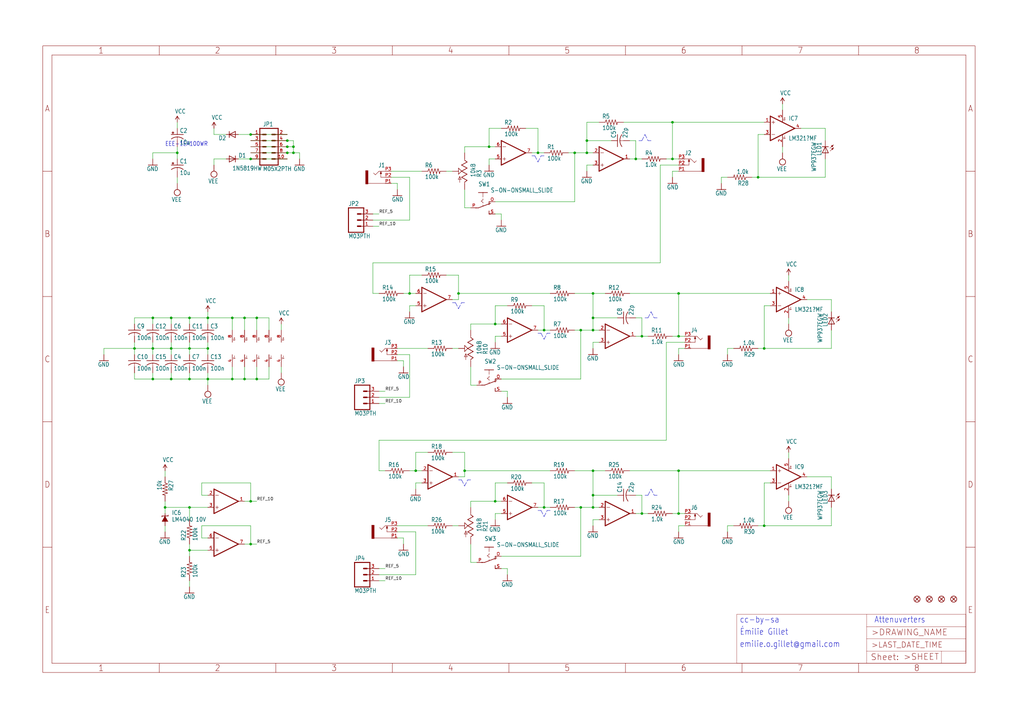
<source format=kicad_sch>
(kicad_sch (version 20211123) (generator eeschema)
  (paper "User" 425.45 299.161)
  (junction (at 78.74 144.78))
  (junction (at 78.74 228.6))
  (junction (at 243.84 63.5))
  (junction (at 63.5 132.08))
  (junction (at 63.5 144.78))
  (junction (at 279.4 66.04))
  (junction (at 203.2 60.96))
  (junction (at 226.06 137.16))
  (junction (at 241.3 210.82))
  (junction (at 78.74 132.08))
  (junction (at 119.38 60.96))
  (junction (at 246.38 132.08))
  (junction (at 266.7 213.36))
  (junction (at 241.3 137.16))
  (junction (at 121.92 63.5))
  (junction (at 238.76 63.5))
  (junction (at 104.14 226.06))
  (junction (at 243.84 58.42))
  (junction (at 281.94 213.36))
  (junction (at 78.74 210.82))
  (junction (at 104.14 208.28))
  (junction (at 279.4 50.8))
  (junction (at 264.16 66.04))
  (junction (at 101.6 157.48))
  (junction (at 226.06 210.82))
  (junction (at 172.72 195.58))
  (junction (at 101.6 132.08))
  (junction (at 119.38 58.42))
  (junction (at 205.74 134.62))
  (junction (at 314.96 73.66))
  (junction (at 205.74 208.28))
  (junction (at 170.18 121.92))
  (junction (at 281.94 139.7))
  (junction (at 190.5 121.92))
  (junction (at 246.38 205.74))
  (junction (at 119.38 63.5))
  (junction (at 68.58 210.82))
  (junction (at 281.94 121.92))
  (junction (at 55.88 144.78))
  (junction (at 96.52 132.08))
  (junction (at 106.68 157.48))
  (junction (at 71.12 144.78))
  (junction (at 104.14 66.04))
  (junction (at 86.36 157.48))
  (junction (at 78.74 157.48))
  (junction (at 193.04 195.58))
  (junction (at 317.5 144.78))
  (junction (at 281.94 195.58))
  (junction (at 106.68 132.08))
  (junction (at 86.36 144.78))
  (junction (at 96.52 157.48))
  (junction (at 73.66 63.5))
  (junction (at 246.38 210.82))
  (junction (at 246.38 121.92))
  (junction (at 121.92 60.96))
  (junction (at 266.7 139.7))
  (junction (at 223.52 63.5))
  (junction (at 63.5 157.48))
  (junction (at 86.36 132.08))
  (junction (at 71.12 157.48))
  (junction (at 317.5 218.44))
  (junction (at 71.12 132.08))
  (junction (at 104.14 55.88))
  (junction (at 246.38 137.16))
  (junction (at 246.38 195.58))
  (polyline (pts (xy 224.79 138.43) (xy 226.06 140.97)))
  (wire (pts (xy 63.5 144.78) (xy 55.88 144.78)))
  (wire (pts (xy 165.1 147.32) (xy 170.18 147.32)))
  (wire (pts (xy 104.14 226.06) (xy 106.68 226.06)))
  (wire (pts (xy 195.58 160.02) (xy 195.58 152.4)))
  (wire (pts (xy 223.52 63.5) (xy 220.98 63.5)))
  (wire (pts (xy 281.94 121.92) (xy 320.04 121.92)))
  (wire (pts (xy 170.18 147.32) (xy 170.18 165.1)))
  (wire (pts (xy 281.94 218.44) (xy 281.94 220.98)))
  (polyline (pts (xy 220.98 64.77) (xy 222.25 64.77)))
  (wire (pts (xy 226.06 137.16) (xy 223.52 137.16)))
  (wire (pts (xy 104.14 218.44) (xy 104.14 226.06)))
  (wire (pts (xy 162.56 71.12) (xy 175.26 71.12)))
  (wire (pts (xy 101.6 157.48) (xy 101.6 152.4)))
  (wire (pts (xy 205.74 208.28) (xy 208.28 208.28)))
  (wire (pts (xy 317.5 200.66) (xy 317.5 218.44)))
  (wire (pts (xy 157.48 182.88) (xy 157.48 195.58)))
  (wire (pts (xy 304.8 144.78) (xy 302.26 144.78)))
  (wire (pts (xy 71.12 144.78) (xy 63.5 144.78)))
  (wire (pts (xy 279.4 50.8) (xy 317.5 50.8)))
  (wire (pts (xy 243.84 68.58) (xy 243.84 71.12)))
  (polyline (pts (xy 224.79 64.77) (xy 226.06 64.77)))
  (polyline (pts (xy 190.5 199.39) (xy 191.77 199.39)))
  (wire (pts (xy 55.88 147.32) (xy 55.88 144.78)))
  (wire (pts (xy 68.58 210.82) (xy 78.74 210.82)))
  (wire (pts (xy 261.62 66.04) (xy 264.16 66.04)))
  (wire (pts (xy 73.66 73.66) (xy 73.66 76.2)))
  (wire (pts (xy 175.26 200.66) (xy 172.72 200.66)))
  (wire (pts (xy 111.76 157.48) (xy 111.76 152.4)))
  (wire (pts (xy 203.2 66.04) (xy 203.2 68.58)))
  (wire (pts (xy 276.86 182.88) (xy 157.48 182.88)))
  (wire (pts (xy 104.14 200.66) (xy 104.14 208.28)))
  (wire (pts (xy 345.44 137.16) (xy 345.44 144.78)))
  (wire (pts (xy 193.04 86.36) (xy 193.04 78.74)))
  (polyline (pts (xy 224.79 212.09) (xy 226.06 214.63)))
  (wire (pts (xy 172.72 195.58) (xy 175.26 195.58)))
  (wire (pts (xy 86.36 132.08) (xy 96.52 132.08)))
  (wire (pts (xy 243.84 50.8) (xy 243.84 58.42)))
  (wire (pts (xy 78.74 132.08) (xy 78.74 134.62)))
  (wire (pts (xy 226.06 210.82) (xy 223.52 210.82)))
  (wire (pts (xy 195.58 210.82) (xy 195.58 208.28)))
  (wire (pts (xy 187.96 187.96) (xy 193.04 187.96)))
  (wire (pts (xy 71.12 147.32) (xy 71.12 144.78)))
  (wire (pts (xy 327.66 190.5) (xy 327.66 187.96)))
  (wire (pts (xy 345.44 144.78) (xy 317.5 144.78)))
  (wire (pts (xy 63.5 142.24) (xy 63.5 144.78)))
  (wire (pts (xy 71.12 142.24) (xy 71.12 144.78)))
  (wire (pts (xy 193.04 63.5) (xy 193.04 60.96)))
  (wire (pts (xy 251.46 121.92) (xy 246.38 121.92)))
  (polyline (pts (xy 267.97 205.74) (xy 269.24 205.74)))
  (wire (pts (xy 154.94 121.92) (xy 157.48 121.92)))
  (wire (pts (xy 78.74 226.06) (xy 78.74 228.6)))
  (wire (pts (xy 317.5 127) (xy 320.04 127)))
  (wire (pts (xy 86.36 157.48) (xy 96.52 157.48)))
  (wire (pts (xy 106.68 132.08) (xy 111.76 132.08)))
  (wire (pts (xy 208.28 139.7) (xy 205.74 139.7)))
  (wire (pts (xy 238.76 63.5) (xy 243.84 63.5)))
  (wire (pts (xy 73.66 63.5) (xy 63.5 63.5)))
  (wire (pts (xy 302.26 218.44) (xy 302.26 220.98)))
  (wire (pts (xy 208.28 213.36) (xy 205.74 213.36)))
  (wire (pts (xy 78.74 144.78) (xy 71.12 144.78)))
  (wire (pts (xy 210.82 127) (xy 205.74 127)))
  (polyline (pts (xy 223.52 67.31) (xy 224.79 64.77)))
  (wire (pts (xy 276.86 182.88) (xy 276.86 142.24)))
  (wire (pts (xy 279.4 50.8) (xy 279.4 66.04)))
  (polyline (pts (xy 194.31 199.39) (xy 195.58 199.39)))
  (wire (pts (xy 55.88 157.48) (xy 63.5 157.48)))
  (wire (pts (xy 157.48 195.58) (xy 160.02 195.58)))
  (wire (pts (xy 78.74 142.24) (xy 78.74 144.78)))
  (wire (pts (xy 157.48 241.3) (xy 160.02 241.3)))
  (wire (pts (xy 88.9 53.34) (xy 88.9 55.88)))
  (wire (pts (xy 228.6 195.58) (xy 193.04 195.58)))
  (wire (pts (xy 106.68 157.48) (xy 106.68 152.4)))
  (wire (pts (xy 238.76 137.16) (xy 241.3 137.16)))
  (wire (pts (xy 185.42 71.12) (xy 187.96 71.12)))
  (wire (pts (xy 86.36 132.08) (xy 78.74 132.08)))
  (wire (pts (xy 86.36 144.78) (xy 78.74 144.78)))
  (wire (pts (xy 264.16 139.7) (xy 266.7 139.7)))
  (wire (pts (xy 279.4 66.04) (xy 281.94 66.04)))
  (wire (pts (xy 317.5 200.66) (xy 320.04 200.66)))
  (polyline (pts (xy 271.78 205.74) (xy 273.05 205.74)))
  (wire (pts (xy 172.72 187.96) (xy 172.72 195.58)))
  (wire (pts (xy 157.48 165.1) (xy 170.18 165.1)))
  (wire (pts (xy 246.38 142.24) (xy 246.38 144.78)))
  (polyline (pts (xy 266.7 58.42) (xy 267.97 55.88)))
  (wire (pts (xy 195.58 134.62) (xy 205.74 134.62)))
  (wire (pts (xy 261.62 195.58) (xy 281.94 195.58)))
  (wire (pts (xy 170.18 121.92) (xy 172.72 121.92)))
  (wire (pts (xy 236.22 63.5) (xy 238.76 63.5)))
  (wire (pts (xy 167.64 121.92) (xy 170.18 121.92)))
  (polyline (pts (xy 226.06 140.97) (xy 227.33 138.43)))
  (wire (pts (xy 281.94 213.36) (xy 284.48 213.36)))
  (wire (pts (xy 119.38 58.42) (xy 121.92 58.42)))
  (wire (pts (xy 205.74 139.7) (xy 205.74 142.24)))
  (wire (pts (xy 101.6 132.08) (xy 101.6 137.16)))
  (wire (pts (xy 165.1 144.78) (xy 177.8 144.78)))
  (wire (pts (xy 220.98 127) (xy 226.06 127)))
  (wire (pts (xy 86.36 132.08) (xy 86.36 129.54)))
  (wire (pts (xy 223.52 53.34) (xy 223.52 63.5)))
  (wire (pts (xy 228.6 121.92) (xy 190.5 121.92)))
  (wire (pts (xy 170.18 127) (xy 170.18 129.54)))
  (wire (pts (xy 241.3 231.14) (xy 241.3 210.82)))
  (wire (pts (xy 218.44 53.34) (xy 223.52 53.34)))
  (wire (pts (xy 71.12 134.62) (xy 71.12 132.08)))
  (wire (pts (xy 243.84 63.5) (xy 246.38 63.5)))
  (wire (pts (xy 121.92 60.96) (xy 119.38 60.96)))
  (wire (pts (xy 193.04 60.96) (xy 203.2 60.96)))
  (wire (pts (xy 246.38 68.58) (xy 243.84 68.58)))
  (wire (pts (xy 68.58 213.36) (xy 68.58 210.82)))
  (wire (pts (xy 314.96 55.88) (xy 314.96 73.66)))
  (wire (pts (xy 327.66 116.84) (xy 327.66 114.3)))
  (wire (pts (xy 170.18 73.66) (xy 162.56 73.66)))
  (wire (pts (xy 165.1 149.86) (xy 167.64 149.86)))
  (wire (pts (xy 63.5 132.08) (xy 63.5 134.62)))
  (wire (pts (xy 246.38 210.82) (xy 248.92 210.82)))
  (polyline (pts (xy 226.06 214.63) (xy 227.33 212.09)))
  (wire (pts (xy 63.5 144.78) (xy 63.5 147.32)))
  (wire (pts (xy 345.44 218.44) (xy 317.5 218.44)))
  (wire (pts (xy 264.16 213.36) (xy 266.7 213.36)))
  (wire (pts (xy 193.04 195.58) (xy 193.04 198.12)))
  (wire (pts (xy 248.92 142.24) (xy 246.38 142.24)))
  (wire (pts (xy 78.74 144.78) (xy 78.74 147.32)))
  (wire (pts (xy 195.58 233.68) (xy 195.58 226.06)))
  (wire (pts (xy 154.94 91.44) (xy 170.18 91.44)))
  (wire (pts (xy 241.3 137.16) (xy 246.38 137.16)))
  (wire (pts (xy 281.94 68.58) (xy 274.32 68.58)))
  (wire (pts (xy 195.58 137.16) (xy 195.58 134.62)))
  (wire (pts (xy 281.94 139.7) (xy 279.4 139.7)))
  (wire (pts (xy 208.28 88.9) (xy 208.28 91.44)))
  (wire (pts (xy 86.36 157.48) (xy 86.36 160.02)))
  (wire (pts (xy 55.88 134.62) (xy 55.88 132.08)))
  (wire (pts (xy 238.76 121.92) (xy 246.38 121.92)))
  (polyline (pts (xy 271.78 132.08) (xy 273.05 132.08)))
  (wire (pts (xy 78.74 228.6) (xy 78.74 231.14)))
  (wire (pts (xy 55.88 154.94) (xy 55.88 157.48)))
  (wire (pts (xy 71.12 157.48) (xy 78.74 157.48)))
  (wire (pts (xy 165.1 223.52) (xy 167.64 223.52)))
  (wire (pts (xy 226.06 200.66) (xy 226.06 210.82)))
  (wire (pts (xy 226.06 137.16) (xy 228.6 137.16)))
  (wire (pts (xy 335.28 124.46) (xy 345.44 124.46)))
  (wire (pts (xy 208.28 162.56) (xy 210.82 162.56)))
  (wire (pts (xy 327.66 132.08) (xy 327.66 134.62)))
  (wire (pts (xy 342.9 66.04) (xy 342.9 73.66)))
  (wire (pts (xy 167.64 149.86) (xy 167.64 152.4)))
  (wire (pts (xy 101.6 157.48) (xy 106.68 157.48)))
  (wire (pts (xy 88.9 55.88) (xy 93.98 55.88)))
  (wire (pts (xy 195.58 86.36) (xy 193.04 86.36)))
  (wire (pts (xy 165.1 218.44) (xy 177.8 218.44)))
  (wire (pts (xy 195.58 208.28) (xy 205.74 208.28)))
  (wire (pts (xy 177.8 187.96) (xy 172.72 187.96)))
  (wire (pts (xy 55.88 132.08) (xy 63.5 132.08)))
  (wire (pts (xy 83.82 200.66) (xy 104.14 200.66)))
  (wire (pts (xy 246.38 205.74) (xy 246.38 210.82)))
  (wire (pts (xy 96.52 132.08) (xy 101.6 132.08)))
  (wire (pts (xy 68.58 210.82) (xy 68.58 208.28)))
  (wire (pts (xy 86.36 144.78) (xy 86.36 147.32)))
  (wire (pts (xy 220.98 200.66) (xy 226.06 200.66)))
  (wire (pts (xy 266.7 205.74) (xy 266.7 213.36)))
  (wire (pts (xy 332.74 53.34) (xy 342.9 53.34)))
  (wire (pts (xy 86.36 154.94) (xy 86.36 157.48)))
  (wire (pts (xy 124.46 63.5) (xy 124.46 66.04)))
  (wire (pts (xy 157.48 236.22) (xy 160.02 236.22)))
  (wire (pts (xy 203.2 53.34) (xy 203.2 60.96)))
  (wire (pts (xy 208.28 231.14) (xy 241.3 231.14)))
  (wire (pts (xy 190.5 198.12) (xy 193.04 198.12)))
  (wire (pts (xy 43.18 144.78) (xy 43.18 147.32)))
  (wire (pts (xy 101.6 208.28) (xy 104.14 208.28)))
  (wire (pts (xy 55.88 142.24) (xy 55.88 144.78)))
  (wire (pts (xy 157.48 162.56) (xy 160.02 162.56)))
  (wire (pts (xy 86.36 223.52) (xy 83.82 223.52)))
  (wire (pts (xy 246.38 132.08) (xy 246.38 137.16)))
  (wire (pts (xy 238.76 83.82) (xy 238.76 63.5)))
  (wire (pts (xy 78.74 210.82) (xy 86.36 210.82)))
  (wire (pts (xy 78.74 215.9) (xy 78.74 210.82)))
  (wire (pts (xy 317.5 127) (xy 317.5 144.78)))
  (wire (pts (xy 154.94 88.9) (xy 157.48 88.9)))
  (wire (pts (xy 226.06 127) (xy 226.06 137.16)))
  (polyline (pts (xy 190.5 128.27) (xy 191.77 125.73)))
  (wire (pts (xy 276.86 142.24) (xy 284.48 142.24)))
  (wire (pts (xy 116.84 137.16) (xy 116.84 134.62)))
  (wire (pts (xy 83.82 218.44) (xy 104.14 218.44)))
  (wire (pts (xy 78.74 154.94) (xy 78.74 157.48)))
  (wire (pts (xy 198.12 160.02) (xy 195.58 160.02)))
  (wire (pts (xy 116.84 152.4) (xy 116.84 154.94)))
  (wire (pts (xy 104.14 55.88) (xy 119.38 55.88)))
  (wire (pts (xy 68.58 220.98) (xy 68.58 218.44)))
  (wire (pts (xy 187.96 144.78) (xy 190.5 144.78)))
  (wire (pts (xy 170.18 114.3) (xy 170.18 121.92)))
  (wire (pts (xy 190.5 124.46) (xy 187.96 124.46)))
  (wire (pts (xy 104.14 63.5) (xy 119.38 63.5)))
  (wire (pts (xy 299.72 73.66) (xy 299.72 76.2)))
  (wire (pts (xy 246.38 195.58) (xy 246.38 205.74)))
  (wire (pts (xy 187.96 218.44) (xy 190.5 218.44)))
  (wire (pts (xy 83.82 205.74) (xy 86.36 205.74)))
  (wire (pts (xy 281.94 213.36) (xy 279.4 213.36)))
  (wire (pts (xy 264.16 66.04) (xy 266.7 66.04)))
  (wire (pts (xy 205.74 200.66) (xy 205.74 208.28)))
  (wire (pts (xy 119.38 63.5) (xy 121.92 63.5)))
  (wire (pts (xy 104.14 226.06) (xy 101.6 226.06)))
  (wire (pts (xy 205.74 134.62) (xy 208.28 134.62)))
  (polyline (pts (xy 191.77 125.73) (xy 193.04 125.73)))
  (wire (pts (xy 86.36 134.62) (xy 86.36 132.08)))
  (wire (pts (xy 111.76 132.08) (xy 111.76 137.16)))
  (wire (pts (xy 88.9 66.04) (xy 93.98 66.04)))
  (wire (pts (xy 281.94 139.7) (xy 284.48 139.7)))
  (wire (pts (xy 104.14 66.04) (xy 119.38 66.04)))
  (wire (pts (xy 254 58.42) (xy 243.84 58.42)))
  (wire (pts (xy 246.38 121.92) (xy 246.38 132.08)))
  (wire (pts (xy 345.44 198.12) (xy 345.44 203.2)))
  (wire (pts (xy 246.38 215.9) (xy 246.38 218.44)))
  (wire (pts (xy 208.28 53.34) (xy 203.2 53.34)))
  (polyline (pts (xy 270.51 203.2) (xy 271.78 205.74)))
  (wire (pts (xy 345.44 210.82) (xy 345.44 218.44)))
  (wire (pts (xy 96.52 132.08) (xy 96.52 137.16)))
  (wire (pts (xy 63.5 154.94) (xy 63.5 157.48)))
  (wire (pts (xy 238.76 195.58) (xy 246.38 195.58)))
  (wire (pts (xy 223.52 63.5) (xy 226.06 63.5)))
  (wire (pts (xy 238.76 210.82) (xy 241.3 210.82)))
  (wire (pts (xy 274.32 68.58) (xy 274.32 109.22)))
  (wire (pts (xy 279.4 66.04) (xy 276.86 66.04)))
  (wire (pts (xy 279.4 71.12) (xy 279.4 73.66)))
  (wire (pts (xy 264.16 132.08) (xy 266.7 132.08)))
  (polyline (pts (xy 227.33 212.09) (xy 228.6 212.09)))
  (wire (pts (xy 261.62 58.42) (xy 264.16 58.42)))
  (wire (pts (xy 73.66 63.5) (xy 73.66 66.04)))
  (wire (pts (xy 165.1 76.2) (xy 165.1 78.74)))
  (wire (pts (xy 63.5 63.5) (xy 63.5 66.04)))
  (wire (pts (xy 88.9 66.04) (xy 88.9 68.58)))
  (wire (pts (xy 78.74 241.3) (xy 78.74 243.84)))
  (wire (pts (xy 203.2 60.96) (xy 205.74 60.96)))
  (wire (pts (xy 281.94 195.58) (xy 320.04 195.58)))
  (wire (pts (xy 55.88 144.78) (xy 43.18 144.78)))
  (wire (pts (xy 190.5 114.3) (xy 190.5 121.92)))
  (polyline (pts (xy 189.23 125.73) (xy 190.5 128.27)))
  (wire (pts (xy 314.96 55.88) (xy 317.5 55.88)))
  (wire (pts (xy 246.38 137.16) (xy 248.92 137.16)))
  (wire (pts (xy 165.1 220.98) (xy 172.72 220.98)))
  (wire (pts (xy 284.48 144.78) (xy 281.94 144.78)))
  (wire (pts (xy 78.74 228.6) (xy 86.36 228.6)))
  (polyline (pts (xy 187.96 125.73) (xy 189.23 125.73)))
  (wire (pts (xy 172.72 220.98) (xy 172.72 238.76)))
  (wire (pts (xy 266.7 132.08) (xy 266.7 139.7)))
  (wire (pts (xy 167.64 223.52) (xy 167.64 226.06)))
  (polyline (pts (xy 269.24 132.08) (xy 270.51 129.54)))
  (wire (pts (xy 264.16 58.42) (xy 264.16 66.04)))
  (wire (pts (xy 71.12 132.08) (xy 78.74 132.08)))
  (wire (pts (xy 304.8 218.44) (xy 302.26 218.44)))
  (wire (pts (xy 96.52 157.48) (xy 96.52 152.4)))
  (wire (pts (xy 172.72 195.58) (xy 170.18 195.58)))
  (polyline (pts (xy 270.51 129.54) (xy 271.78 132.08)))
  (wire (pts (xy 162.56 76.2) (xy 165.1 76.2)))
  (polyline (pts (xy 269.24 58.42) (xy 270.51 58.42)))
  (wire (pts (xy 193.04 187.96) (xy 193.04 195.58)))
  (wire (pts (xy 63.5 157.48) (xy 71.12 157.48)))
  (wire (pts (xy 302.26 73.66) (xy 299.72 73.66)))
  (wire (pts (xy 71.12 132.08) (xy 63.5 132.08)))
  (wire (pts (xy 185.42 114.3) (xy 190.5 114.3)))
  (wire (pts (xy 210.82 162.56) (xy 210.82 165.1)))
  (wire (pts (xy 121.92 58.42) (xy 121.92 60.96)))
  (wire (pts (xy 241.3 210.82) (xy 246.38 210.82)))
  (wire (pts (xy 335.28 198.12) (xy 345.44 198.12)))
  (wire (pts (xy 73.66 53.34) (xy 73.66 50.8)))
  (wire (pts (xy 198.12 233.68) (xy 195.58 233.68)))
  (wire (pts (xy 284.48 218.44) (xy 281.94 218.44)))
  (wire (pts (xy 345.44 124.46) (xy 345.44 129.54)))
  (wire (pts (xy 157.48 238.76) (xy 172.72 238.76)))
  (wire (pts (xy 157.48 167.64) (xy 160.02 167.64)))
  (wire (pts (xy 172.72 127) (xy 170.18 127)))
  (wire (pts (xy 259.08 50.8) (xy 279.4 50.8)))
  (wire (pts (xy 83.82 205.74) (xy 83.82 200.66)))
  (wire (pts (xy 205.74 213.36) (xy 205.74 215.9)))
  (polyline (pts (xy 223.52 138.43) (xy 224.79 138.43)))
  (wire (pts (xy 281.94 144.78) (xy 281.94 147.32)))
  (polyline (pts (xy 267.97 132.08) (xy 269.24 132.08)))
  (wire (pts (xy 256.54 205.74) (xy 246.38 205.74)))
  (wire (pts (xy 302.26 144.78) (xy 302.26 147.32)))
  (wire (pts (xy 243.84 58.42) (xy 243.84 63.5)))
  (polyline (pts (xy 193.04 201.93) (xy 194.31 199.39)))
  (wire (pts (xy 68.58 198.12) (xy 68.58 195.58)))
  (wire (pts (xy 154.94 93.98) (xy 157.48 93.98)))
  (wire (pts (xy 205.74 127) (xy 205.74 134.62)))
  (polyline (pts (xy 265.43 58.42) (xy 266.7 58.42)))
  (wire (pts (xy 248.92 215.9) (xy 246.38 215.9)))
  (polyline (pts (xy 267.97 55.88) (xy 269.24 58.42)))
  (wire (pts (xy 175.26 114.3) (xy 170.18 114.3)))
  (wire (pts (xy 205.74 66.04) (xy 203.2 66.04)))
  (wire (pts (xy 317.5 144.78) (xy 314.96 144.78)))
  (wire (pts (xy 251.46 195.58) (xy 246.38 195.58)))
  (wire (pts (xy 256.54 132.08) (xy 246.38 132.08)))
  (wire (pts (xy 264.16 205.74) (xy 266.7 205.74)))
  (wire (pts (xy 170.18 91.44) (xy 170.18 73.66)))
  (wire (pts (xy 190.5 121.92) (xy 190.5 124.46)))
  (wire (pts (xy 208.28 236.22) (xy 210.82 236.22)))
  (wire (pts (xy 101.6 132.08) (xy 106.68 132.08)))
  (wire (pts (xy 281.94 71.12) (xy 279.4 71.12)))
  (wire (pts (xy 172.72 200.66) (xy 172.72 203.2)))
  (polyline (pts (xy 223.52 212.09) (xy 224.79 212.09)))
  (wire (pts (xy 241.3 157.48) (xy 241.3 137.16)))
  (wire (pts (xy 248.92 50.8) (xy 243.84 50.8)))
  (wire (pts (xy 121.92 63.5) (xy 124.46 63.5)))
  (wire (pts (xy 325.12 45.72) (xy 325.12 43.18)))
  (wire (pts (xy 327.66 205.74) (xy 327.66 208.28)))
  (polyline (pts (xy 222.25 64.77) (xy 223.52 67.31)))
  (wire (pts (xy 104.14 55.88) (xy 99.06 55.88)))
  (wire (pts (xy 266.7 139.7) (xy 269.24 139.7)))
  (wire (pts (xy 210.82 236.22) (xy 210.82 238.76)))
  (polyline (pts (xy 227.33 138.43) (xy 228.6 138.43)))
  (wire (pts (xy 78.74 157.48) (xy 86.36 157.48)))
  (wire (pts (xy 342.9 73.66) (xy 314.96 73.66)))
  (wire (pts (xy 210.82 200.66) (xy 205.74 200.66)))
  (wire (pts (xy 154.94 109.22) (xy 154.94 121.92)))
  (polyline (pts (xy 269.24 205.74) (xy 270.51 203.2)))
  (wire (pts (xy 104.14 58.42) (xy 119.38 58.42)))
  (wire (pts (xy 325.12 60.96) (xy 325.12 63.5)))
  (wire (pts (xy 314.96 73.66) (xy 312.42 73.66)))
  (wire (pts (xy 104.14 208.28) (xy 106.68 208.28)))
  (wire (pts (xy 121.92 60.96) (xy 121.92 63.5)))
  (wire (pts (xy 342.9 53.34) (xy 342.9 58.42)))
  (wire (pts (xy 281.94 195.58) (xy 281.94 213.36)))
  (wire (pts (xy 86.36 144.78) (xy 86.36 142.24)))
  (wire (pts (xy 274.32 109.22) (xy 154.94 109.22)))
  (wire (pts (xy 99.06 66.04) (xy 104.14 66.04)))
  (wire (pts (xy 208.28 157.48) (xy 241.3 157.48)))
  (wire (pts (xy 106.68 157.48) (xy 111.76 157.48)))
  (wire (pts (xy 96.52 157.48) (xy 101.6 157.48)))
  (wire (pts (xy 226.06 210.82) (xy 228.6 210.82)))
  (wire (pts (xy 71.12 154.94) (xy 71.12 157.48)))
  (wire (pts (xy 261.62 121.92) (xy 281.94 121.92)))
  (wire (pts (xy 205.74 83.82) (xy 238.76 83.82)))
  (wire (pts (xy 83.82 223.52) (xy 83.82 218.44)))
  (wire (pts (xy 73.66 60.96) (xy 73.66 63.5)))
  (wire (pts (xy 205.74 88.9) (xy 208.28 88.9)))
  (wire (pts (xy 266.7 213.36) (xy 269.24 213.36)))
  (wire (pts (xy 119.38 60.96) (xy 104.14 60.96)))
  (polyline (pts (xy 191.77 199.39) (xy 193.04 201.93)))
  (wire (pts (xy 317.5 218.44) (xy 314.96 218.44)))
  (wire (pts (xy 106.68 132.08) (xy 106.68 137.16)))
  (wire (pts (xy 281.94 121.92) (xy 281.94 139.7)))
  (text "Émilie Gillet" (at 307.34 264.16 180) (effects (font (size 2.54 2.159)) (justify left bottom)))
  (text "Attenuverters" (at 363.22 259.08 180) (effects (font (size 2.54 2.159)) (justify left bottom)))
  (text "cc-by-sa" (at 307.34 259.08 180) (effects (font (size 2.54 2.159)) (justify left bottom)))
  (text "EEE-1EA100WR" (at 68.58 60.96 180) (effects (font (size 1.778 1.5113)) (justify left bottom)))
  (text "emilie.o.gillet@gmail.com" (at 307.34 269.24 180) (effects (font (size 2.54 2.159)) (justify left bottom)))
  (label "REF_5" (at 160.02 236.22 0) (effects (font (size 1.2446 1.2446))))
  (label "REF_5" (at 160.02 162.56 0) (effects (font (size 1.2446 1.2446))))
  (label "REF_5" (at 106.68 226.06 0) (effects (font (size 1.2446 1.2446))))
  (label "REF_10" (at 160.02 167.64 0) (effects (font (size 1.2446 1.2446))))
  (label "REF_5" (at 157.48 88.9 0) (effects (font (size 1.2446 1.2446))))
  (label "REF_10" (at 160.02 241.3 0) (effects (font (size 1.2446 1.2446))))
  (label "REF_10" (at 106.68 208.28 0) (effects (font (size 1.2446 1.2446))))
  (label "REF_10" (at 157.48 93.98 0) (effects (font (size 1.2446 1.2446))))
  (symbol (lib_id "shades_v30-eagle-import:M03PTH") (at 147.32 91.44 0) (unit 1)
    (property "Reference" "JP2" (at 144.78 85.598 0) (effects (font (size 1.778 1.5113)) (justify left bottom)))
    (property "Value" "M03PTH" (at 144.78 99.06 0) (effects (font (size 1.778 1.5113)) (justify left bottom)))
    (property "Footprint" "shades_v30:1X03" (effects hide))
  )
  (symbol (lib_id "shades_v30-eagle-import:S-ON-ONSMALL_SLIDE") (at 203.2 231.14 270) (unit 1)
    (property "Reference" "SW3" (at 201.295 224.79 90) (effects (font (size 1.778 1.5113)) (justify left bottom)))
    (property "Value" "S-ON-ONSMALL_SLIDE" (at 206.375 227.33 90) (effects (font (size 1.778 1.5113)) (justify left bottom)))
    (property "Footprint" "shades_v30:ES_100SP1T6B11M2QEH_SMALL" (effects hide))
  )
  (symbol (lib_id "shades_v30-eagle-import:POT_USVERTICAL_PS") (at 195.58 218.44 0) (mirror y) (unit 1)
    (property "Reference" "R21" (at 200.66 220.98 90) (effects (font (size 1.778 1.5113)) (justify left bottom)))
    (property "Value" "10kB" (at 198.12 220.98 90) (effects (font (size 1.778 1.5113)) (justify left bottom)))
    (property "Footprint" "shades_v30:ALPS_POT_VERTICAL_PS" (effects hide))
  )
  (symbol (lib_id "shades_v30-eagle-import:R-US_R0603") (at 68.58 203.2 270) (unit 1)
    (property "Reference" "R27" (at 70.0786 199.39 0) (effects (font (size 1.778 1.5113)) (justify left bottom)))
    (property "Value" "10k" (at 65.278 199.39 0) (effects (font (size 1.778 1.5113)) (justify left bottom)))
    (property "Footprint" "shades_v30:R0603" (effects hide))
  )
  (symbol (lib_id "shades_v30-eagle-import:TL072D") (at 101.6 144.78 0) (unit 3)
    (property "Reference" "IC2" (effects hide))
    (property "Value" "LME49720" (effects hide))
    (property "Footprint" "shades_v30:SO08" (effects hide))
  )
  (symbol (lib_id "shades_v30-eagle-import:GND") (at 281.94 149.86 0) (mirror y) (unit 1)
    (property "Reference" "#GND6" (effects hide))
    (property "Value" "GND" (at 284.48 152.4 0) (effects (font (size 1.778 1.5113)) (justify left bottom)))
    (property "Footprint" "shades_v30:" (effects hide))
  )
  (symbol (lib_id "shades_v30-eagle-import:GND") (at 124.46 68.58 0) (unit 1)
    (property "Reference" "#GND1" (effects hide))
    (property "Value" "GND" (at 121.92 71.12 0) (effects (font (size 1.778 1.5113)) (justify left bottom)))
    (property "Footprint" "shades_v30:" (effects hide))
  )
  (symbol (lib_id "shades_v30-eagle-import:R-US_R0603") (at 307.34 73.66 180) (unit 1)
    (property "Reference" "R28" (at 311.15 75.1586 0) (effects (font (size 1.778 1.5113)) (justify left bottom)))
    (property "Value" "1.0k" (at 311.15 70.358 0) (effects (font (size 1.778 1.5113)) (justify left bottom)))
    (property "Footprint" "shades_v30:R0603" (effects hide))
  )
  (symbol (lib_id "shades_v30-eagle-import:PJ301_THONKICONN6") (at 160.02 147.32 0) (mirror y) (unit 1)
    (property "Reference" "J3" (at 162.56 143.256 0) (effects (font (size 1.778 1.5113)) (justify left bottom)))
    (property "Value" "PJ301_THONKICONN6" (effects hide))
    (property "Footprint" "shades_v30:WQP_PJ_301M6" (effects hide))
  )
  (symbol (lib_id "shades_v30-eagle-import:M03PTH") (at 149.86 165.1 0) (unit 1)
    (property "Reference" "JP3" (at 147.32 159.258 0) (effects (font (size 1.778 1.5113)) (justify left bottom)))
    (property "Value" "M03PTH" (at 147.32 172.72 0) (effects (font (size 1.778 1.5113)) (justify left bottom)))
    (property "Footprint" "shades_v30:1X03" (effects hide))
  )
  (symbol (lib_id "shades_v30-eagle-import:VCC") (at 116.84 134.62 0) (unit 1)
    (property "Reference" "#P+2" (effects hide))
    (property "Value" "VCC" (at 115.824 131.064 0) (effects (font (size 1.778 1.5113)) (justify left bottom)))
    (property "Footprint" "shades_v30:" (effects hide))
  )
  (symbol (lib_id "shades_v30-eagle-import:FIDUCIAL1X2") (at 391.16 248.92 0) (unit 1)
    (property "Reference" "F4" (effects hide))
    (property "Value" "FIDUCIAL1X2" (effects hide))
    (property "Footprint" "shades_v30:FIDUCIAL-1X2" (effects hide))
  )
  (symbol (lib_id "shades_v30-eagle-import:PJ301_THONKICONN6") (at 287.02 68.58 0) (unit 1)
    (property "Reference" "J2" (at 284.48 64.516 0) (effects (font (size 1.778 1.5113)) (justify left bottom)))
    (property "Value" "PJ301_THONKICONN6" (effects hide))
    (property "Footprint" "shades_v30:WQP_PJ_301M6" (effects hide))
  )
  (symbol (lib_id "shades_v30-eagle-import:TL072D") (at 106.68 144.78 0) (unit 3)
    (property "Reference" "IC4" (effects hide))
    (property "Value" "LME49720" (effects hide))
    (property "Footprint" "shades_v30:SO08" (effects hide))
  )
  (symbol (lib_id "shades_v30-eagle-import:VEE") (at 88.9 71.12 180) (unit 1)
    (property "Reference" "#SUPPLY1" (effects hide))
    (property "Value" "VEE" (at 90.805 74.295 0) (effects (font (size 1.778 1.5113)) (justify left bottom)))
    (property "Footprint" "shades_v30:" (effects hide))
  )
  (symbol (lib_id "shades_v30-eagle-import:R-US_R0603") (at 182.88 187.96 0) (unit 1)
    (property "Reference" "R18" (at 179.07 186.4614 0) (effects (font (size 1.778 1.5113)) (justify left bottom)))
    (property "Value" "100k" (at 179.07 191.262 0) (effects (font (size 1.778 1.5113)) (justify left bottom)))
    (property "Footprint" "shades_v30:R0603" (effects hide))
  )
  (symbol (lib_id "shades_v30-eagle-import:A3L-LOC") (at 17.78 279.4 0) (unit 1)
    (property "Reference" "#FRAME1" (effects hide))
    (property "Value" "A3L-LOC" (effects hide))
    (property "Footprint" "shades_v30:" (effects hide))
  )
  (symbol (lib_id "shades_v30-eagle-import:FIDUCIAL1X2") (at 396.24 248.92 0) (unit 1)
    (property "Reference" "F3" (effects hide))
    (property "Value" "FIDUCIAL1X2" (effects hide))
    (property "Footprint" "shades_v30:FIDUCIAL-1X2" (effects hide))
  )
  (symbol (lib_id "shades_v30-eagle-import:GND") (at 43.18 149.86 0) (unit 1)
    (property "Reference" "#GND17" (effects hide))
    (property "Value" "GND" (at 40.64 152.4 0) (effects (font (size 1.778 1.5113)) (justify left bottom)))
    (property "Footprint" "shades_v30:" (effects hide))
  )
  (symbol (lib_id "shades_v30-eagle-import:GND") (at 170.18 132.08 0) (unit 1)
    (property "Reference" "#GND21" (effects hide))
    (property "Value" "GND" (at 167.64 134.62 0) (effects (font (size 1.778 1.5113)) (justify left bottom)))
    (property "Footprint" "shades_v30:" (effects hide))
  )
  (symbol (lib_id "shades_v30-eagle-import:M03PTH") (at 149.86 238.76 0) (unit 1)
    (property "Reference" "JP4" (at 147.32 232.918 0) (effects (font (size 1.778 1.5113)) (justify left bottom)))
    (property "Value" "M03PTH" (at 147.32 246.38 0) (effects (font (size 1.778 1.5113)) (justify left bottom)))
    (property "Footprint" "shades_v30:1X03" (effects hide))
  )
  (symbol (lib_id "shades_v30-eagle-import:GND") (at 281.94 223.52 0) (mirror y) (unit 1)
    (property "Reference" "#GND11" (effects hide))
    (property "Value" "GND" (at 284.48 226.06 0) (effects (font (size 1.778 1.5113)) (justify left bottom)))
    (property "Footprint" "shades_v30:" (effects hide))
  )
  (symbol (lib_id "shades_v30-eagle-import:R-US_R0603") (at 182.88 144.78 0) (unit 1)
    (property "Reference" "R13" (at 179.07 143.2814 0) (effects (font (size 1.778 1.5113)) (justify left bottom)))
    (property "Value" "100k" (at 179.07 148.082 0) (effects (font (size 1.778 1.5113)) (justify left bottom)))
    (property "Footprint" "shades_v30:R0603" (effects hide))
  )
  (symbol (lib_id "shades_v30-eagle-import:DIODE-SOD123") (at 96.52 66.04 0) (unit 1)
    (property "Reference" "D1" (at 99.06 65.5574 0) (effects (font (size 1.778 1.5113)) (justify left bottom)))
    (property "Value" "1N5819HW" (at 96.52 70.8914 0) (effects (font (size 1.778 1.5113)) (justify left bottom)))
    (property "Footprint" "shades_v30:SOD123" (effects hide))
  )
  (symbol (lib_id "shades_v30-eagle-import:R-US_R0603") (at 309.88 144.78 180) (unit 1)
    (property "Reference" "R29" (at 313.69 146.2786 0) (effects (font (size 1.778 1.5113)) (justify left bottom)))
    (property "Value" "1.0k" (at 313.69 141.478 0) (effects (font (size 1.778 1.5113)) (justify left bottom)))
    (property "Footprint" "shades_v30:R0603" (effects hide))
  )
  (symbol (lib_id "shades_v30-eagle-import:R-US_R0603") (at 309.88 218.44 180) (unit 1)
    (property "Reference" "R30" (at 313.69 219.9386 0) (effects (font (size 1.778 1.5113)) (justify left bottom)))
    (property "Value" "1.0k" (at 313.69 215.138 0) (effects (font (size 1.778 1.5113)) (justify left bottom)))
    (property "Footprint" "shades_v30:R0603" (effects hide))
  )
  (symbol (lib_id "shades_v30-eagle-import:TL072D") (at 96.52 144.78 0) (unit 3)
    (property "Reference" "IC1" (effects hide))
    (property "Value" "LME49720" (effects hide))
    (property "Footprint" "shades_v30:SO08" (effects hide))
  )
  (symbol (lib_id "shades_v30-eagle-import:GND") (at 167.64 154.94 0) (mirror y) (unit 1)
    (property "Reference" "#GND5" (effects hide))
    (property "Value" "GND" (at 170.18 157.48 0) (effects (font (size 1.778 1.5113)) (justify left bottom)))
    (property "Footprint" "shades_v30:" (effects hide))
  )
  (symbol (lib_id "shades_v30-eagle-import:R-US_R0603") (at 215.9 200.66 0) (unit 1)
    (property "Reference" "R20" (at 212.09 199.1614 0) (effects (font (size 1.778 1.5113)) (justify left bottom)))
    (property "Value" "100k" (at 212.09 203.962 0) (effects (font (size 1.778 1.5113)) (justify left bottom)))
    (property "Footprint" "shades_v30:R0603" (effects hide))
  )
  (symbol (lib_id "shades_v30-eagle-import:VEE") (at 327.66 137.16 180) (unit 1)
    (property "Reference" "#SUPPLY3" (effects hide))
    (property "Value" "VEE" (at 329.565 140.335 0) (effects (font (size 1.778 1.5113)) (justify left bottom)))
    (property "Footprint" "shades_v30:" (effects hide))
  )
  (symbol (lib_id "shades_v30-eagle-import:R-US_R0603") (at 162.56 121.92 0) (unit 1)
    (property "Reference" "R14" (at 158.75 120.4214 0) (effects (font (size 1.778 1.5113)) (justify left bottom)))
    (property "Value" "100k" (at 158.75 125.222 0) (effects (font (size 1.778 1.5113)) (justify left bottom)))
    (property "Footprint" "shades_v30:R0603" (effects hide))
  )
  (symbol (lib_id "shades_v30-eagle-import:TL072D") (at 256.54 139.7 0) (mirror x) (unit 1)
    (property "Reference" "IC2" (effects hide))
    (property "Value" "LME49720" (effects hide))
    (property "Footprint" "shades_v30:SO08" (effects hide))
  )
  (symbol (lib_id "shades_v30-eagle-import:GND") (at 78.74 246.38 0) (unit 1)
    (property "Reference" "#GND16" (effects hide))
    (property "Value" "GND" (at 76.2 248.92 0) (effects (font (size 1.778 1.5113)) (justify left bottom)))
    (property "Footprint" "shades_v30:" (effects hide))
  )
  (symbol (lib_id "shades_v30-eagle-import:GND") (at 279.4 76.2 0) (mirror y) (unit 1)
    (property "Reference" "#GND23" (effects hide))
    (property "Value" "GND" (at 281.94 78.74 0) (effects (font (size 1.778 1.5113)) (justify left bottom)))
    (property "Footprint" "shades_v30:" (effects hide))
  )
  (symbol (lib_id "shades_v30-eagle-import:DIODE-SOD123") (at 96.52 55.88 180) (unit 1)
    (property "Reference" "D2" (at 93.98 56.3626 0) (effects (font (size 1.778 1.5113)) (justify left bottom)))
    (property "Value" "1N5819HW" (effects hide))
    (property "Footprint" "shades_v30:SOD123" (effects hide))
  )
  (symbol (lib_id "shades_v30-eagle-import:LM4041DBZ") (at 68.58 215.9 0) (unit 1)
    (property "Reference" "IC6" (at 71.374 213.995 0) (effects (font (size 1.778 1.5113)) (justify left bottom)))
    (property "Value" "LM4040 10V" (at 71.374 216.789 0) (effects (font (size 1.778 1.5113)) (justify left bottom)))
    (property "Footprint" "shades_v30:DBZ_R-PDSO-G3" (effects hide))
  )
  (symbol (lib_id "shades_v30-eagle-import:C-USC0603") (at 256.54 58.42 90) (unit 1)
    (property "Reference" "C5" (at 255.905 57.404 0) (effects (font (size 1.778 1.5113)) (justify left bottom)))
    (property "Value" "22p" (at 260.731 57.404 0) (effects (font (size 1.778 1.5113)) (justify left bottom)))
    (property "Footprint" "shades_v30:C0603" (effects hide))
  )
  (symbol (lib_id "shades_v30-eagle-import:POT_USVERTICAL_PS") (at 193.04 71.12 0) (mirror y) (unit 1)
    (property "Reference" "R3" (at 198.12 73.66 90) (effects (font (size 1.778 1.5113)) (justify left bottom)))
    (property "Value" "10kB" (at 195.58 73.66 90) (effects (font (size 1.778 1.5113)) (justify left bottom)))
    (property "Footprint" "shades_v30:ALPS_POT_VERTICAL_PS" (effects hide))
  )
  (symbol (lib_id "shades_v30-eagle-import:FIDUCIAL1X2") (at 386.08 248.92 0) (unit 1)
    (property "Reference" "F2" (effects hide))
    (property "Value" "FIDUCIAL1X2" (effects hide))
    (property "Footprint" "shades_v30:FIDUCIAL-1X2" (effects hide))
  )
  (symbol (lib_id "shades_v30-eagle-import:VEE") (at 86.36 162.56 180) (unit 1)
    (property "Reference" "#SUPPLY2" (effects hide))
    (property "Value" "VEE" (at 88.265 165.735 0) (effects (font (size 1.778 1.5113)) (justify left bottom)))
    (property "Footprint" "shades_v30:" (effects hide))
  )
  (symbol (lib_id "shades_v30-eagle-import:GND") (at 246.38 220.98 0) (unit 1)
    (property "Reference" "#GND14" (effects hide))
    (property "Value" "GND" (at 243.84 223.52 0) (effects (font (size 1.778 1.5113)) (justify left bottom)))
    (property "Footprint" "shades_v30:" (effects hide))
  )
  (symbol (lib_id "shades_v30-eagle-import:TL072D") (at 213.36 63.5 0) (mirror x) (unit 2)
    (property "Reference" "IC1" (effects hide))
    (property "Value" "LME49720" (effects hide))
    (property "Footprint" "shades_v30:SO08" (effects hide))
  )
  (symbol (lib_id "shades_v30-eagle-import:LED3MM") (at 345.44 208.28 180) (unit 1)
    (property "Reference" "LED3" (at 341.884 203.708 90) (effects (font (size 1.778 1.5113)) (justify left bottom)))
    (property "Value" "WP937EGW" (at 339.725 203.708 90) (effects (font (size 1.778 1.5113)) (justify left bottom)))
    (property "Footprint" "shades_v30:LED3MM" (effects hide))
  )
  (symbol (lib_id "shades_v30-eagle-import:GND") (at 205.74 144.78 0) (unit 1)
    (property "Reference" "#GND7" (effects hide))
    (property "Value" "GND" (at 203.2 147.32 0) (effects (font (size 1.778 1.5113)) (justify left bottom)))
    (property "Footprint" "shades_v30:" (effects hide))
  )
  (symbol (lib_id "shades_v30-eagle-import:LED3MM") (at 345.44 134.62 180) (unit 1)
    (property "Reference" "LED2" (at 341.884 130.048 90) (effects (font (size 1.778 1.5113)) (justify left bottom)))
    (property "Value" "WP937EGW" (at 339.725 130.048 90) (effects (font (size 1.778 1.5113)) (justify left bottom)))
    (property "Footprint" "shades_v30:LED3MM" (effects hide))
  )
  (symbol (lib_id "shades_v30-eagle-import:R-US_R0603") (at 274.32 139.7 0) (unit 1)
    (property "Reference" "R11" (at 270.51 138.2014 0) (effects (font (size 1.778 1.5113)) (justify left bottom)))
    (property "Value" "1.0k" (at 270.51 143.002 0) (effects (font (size 1.778 1.5113)) (justify left bottom)))
    (property "Footprint" "shades_v30:R0603" (effects hide))
  )
  (symbol (lib_id "shades_v30-eagle-import:R-US_R0603") (at 231.14 63.5 0) (unit 1)
    (property "Reference" "R1" (at 227.33 62.0014 0) (effects (font (size 1.778 1.5113)) (justify left bottom)))
    (property "Value" "100k" (at 227.33 66.802 0) (effects (font (size 1.778 1.5113)) (justify left bottom)))
    (property "Footprint" "shades_v30:R0603" (effects hide))
  )
  (symbol (lib_id "shades_v30-eagle-import:TL072D") (at 182.88 198.12 0) (mirror x) (unit 1)
    (property "Reference" "IC3" (effects hide))
    (property "Value" "LME49720" (effects hide))
    (property "Footprint" "shades_v30:SO08" (effects hide))
  )
  (symbol (lib_id "shades_v30-eagle-import:VCC") (at 327.66 114.3 0) (unit 1)
    (property "Reference" "#P+6" (effects hide))
    (property "Value" "VCC" (at 326.644 110.744 0) (effects (font (size 1.778 1.5113)) (justify left bottom)))
    (property "Footprint" "shades_v30:" (effects hide))
  )
  (symbol (lib_id "shades_v30-eagle-import:GND") (at 302.26 149.86 0) (unit 1)
    (property "Reference" "#GND19" (effects hide))
    (property "Value" "GND" (at 299.72 152.4 0) (effects (font (size 1.778 1.5113)) (justify left bottom)))
    (property "Footprint" "shades_v30:" (effects hide))
  )
  (symbol (lib_id "shades_v30-eagle-import:R-US_R0603") (at 254 50.8 0) (unit 1)
    (property "Reference" "R5" (at 250.19 49.3014 0) (effects (font (size 1.778 1.5113)) (justify left bottom)))
    (property "Value" "100k" (at 250.19 54.102 0) (effects (font (size 1.778 1.5113)) (justify left bottom)))
    (property "Footprint" "shades_v30:R0603" (effects hide))
  )
  (symbol (lib_id "shades_v30-eagle-import:TL072D") (at 215.9 137.16 0) (mirror x) (unit 2)
    (property "Reference" "IC2" (effects hide))
    (property "Value" "LME49720" (effects hide))
    (property "Footprint" "shades_v30:SO08" (effects hide))
  )
  (symbol (lib_id "shades_v30-eagle-import:VEE") (at 325.12 66.04 180) (unit 1)
    (property "Reference" "#SUPPLY5" (effects hide))
    (property "Value" "VEE" (at 327.025 69.215 0) (effects (font (size 1.778 1.5113)) (justify left bottom)))
    (property "Footprint" "shades_v30:" (effects hide))
  )
  (symbol (lib_id "shades_v30-eagle-import:S-ON-ONSMALL_SLIDE") (at 200.66 83.82 270) (unit 1)
    (property "Reference" "SW1" (at 198.755 77.47 90) (effects (font (size 1.778 1.5113)) (justify left bottom)))
    (property "Value" "S-ON-ONSMALL_SLIDE" (at 203.835 80.01 90) (effects (font (size 1.778 1.5113)) (justify left bottom)))
    (property "Footprint" "shades_v30:ES_100SP1T6B11M2QEH_SMALL" (effects hide))
  )
  (symbol (lib_id "shades_v30-eagle-import:GND") (at 63.5 68.58 0) (unit 1)
    (property "Reference" "#GND26" (effects hide))
    (property "Value" "GND" (at 60.96 71.12 0) (effects (font (size 1.778 1.5113)) (justify left bottom)))
    (property "Footprint" "shades_v30:" (effects hide))
  )
  (symbol (lib_id "shades_v30-eagle-import:TL072D") (at 116.84 144.78 0) (unit 3)
    (property "Reference" "IC5" (effects hide))
    (property "Value" "TL072" (effects hide))
    (property "Footprint" "shades_v30:SO08" (effects hide))
  )
  (symbol (lib_id "shades_v30-eagle-import:C-USC0603") (at 55.88 149.86 0) (unit 1)
    (property "Reference" "C10" (at 56.896 149.225 0) (effects (font (size 1.778 1.5113)) (justify left bottom)))
    (property "Value" "100n" (at 56.896 154.051 0) (effects (font (size 1.778 1.5113)) (justify left bottom)))
    (property "Footprint" "shades_v30:C0603" (effects hide))
  )
  (symbol (lib_id "shades_v30-eagle-import:GND") (at 167.64 228.6 0) (mirror y) (unit 1)
    (property "Reference" "#GND10" (effects hide))
    (property "Value" "GND" (at 170.18 231.14 0) (effects (font (size 1.778 1.5113)) (justify left bottom)))
    (property "Footprint" "shades_v30:" (effects hide))
  )
  (symbol (lib_id "shades_v30-eagle-import:GND") (at 208.28 93.98 0) (unit 1)
    (property "Reference" "#GND3" (effects hide))
    (property "Value" "GND" (at 205.74 96.52 0) (effects (font (size 1.778 1.5113)) (justify left bottom)))
    (property "Footprint" "shades_v30:" (effects hide))
  )
  (symbol (lib_id "shades_v30-eagle-import:S-ON-ONSMALL_SLIDE") (at 203.2 157.48 270) (unit 1)
    (property "Reference" "SW2" (at 201.295 151.13 90) (effects (font (size 1.778 1.5113)) (justify left bottom)))
    (property "Value" "S-ON-ONSMALL_SLIDE" (at 206.375 153.67 90) (effects (font (size 1.778 1.5113)) (justify left bottom)))
    (property "Footprint" "shades_v30:ES_100SP1T6B11M2QEH_SMALL" (effects hide))
  )
  (symbol (lib_id "shades_v30-eagle-import:GND") (at 68.58 223.52 0) (unit 1)
    (property "Reference" "#GND15" (effects hide))
    (property "Value" "GND" (at 66.04 226.06 0) (effects (font (size 1.778 1.5113)) (justify left bottom)))
    (property "Footprint" "shades_v30:" (effects hide))
  )
  (symbol (lib_id "shades_v30-eagle-import:TL072D") (at 93.98 208.28 0) (mirror x) (unit 1)
    (property "Reference" "IC5" (effects hide))
    (property "Value" "TL072" (effects hide))
    (property "Footprint" "shades_v30:SO08" (effects hide))
  )
  (symbol (lib_id "shades_v30-eagle-import:R-US_R0603") (at 180.34 71.12 0) (unit 1)
    (property "Reference" "R6" (at 176.53 69.6214 0) (effects (font (size 1.778 1.5113)) (justify left bottom)))
    (property "Value" "100k" (at 176.53 74.422 0) (effects (font (size 1.778 1.5113)) (justify left bottom)))
    (property "Footprint" "shades_v30:R0603" (effects hide))
  )
  (symbol (lib_id "shades_v30-eagle-import:POT_USVERTICAL_PS") (at 195.58 144.78 0) (mirror y) (unit 1)
    (property "Reference" "R10" (at 200.66 147.32 90) (effects (font (size 1.778 1.5113)) (justify left bottom)))
    (property "Value" "10kB" (at 198.12 147.32 90) (effects (font (size 1.778 1.5113)) (justify left bottom)))
    (property "Footprint" "shades_v30:ALPS_POT_VERTICAL_PS" (effects hide))
  )
  (symbol (lib_id "shades_v30-eagle-import:TL072D") (at 215.9 210.82 0) (mirror x) (unit 2)
    (property "Reference" "IC4" (effects hide))
    (property "Value" "LME49720" (effects hide))
    (property "Footprint" "shades_v30:SO08" (effects hide))
  )
  (symbol (lib_id "shades_v30-eagle-import:TL072D") (at 254 66.04 0) (mirror x) (unit 1)
    (property "Reference" "IC1" (effects hide))
    (property "Value" "LME49720" (effects hide))
    (property "Footprint" "shades_v30:SO08" (effects hide))
  )
  (symbol (lib_id "shades_v30-eagle-import:VEE") (at 116.84 157.48 180) (unit 1)
    (property "Reference" "#SUPPLY7" (effects hide))
    (property "Value" "VEE" (at 118.745 160.655 0) (effects (font (size 1.778 1.5113)) (justify left bottom)))
    (property "Footprint" "shades_v30:" (effects hide))
  )
  (symbol (lib_id "shades_v30-eagle-import:M05X2PTH") (at 111.76 60.96 0) (unit 1)
    (property "Reference" "JP1" (at 109.22 52.578 0) (effects (font (size 1.778 1.5113)) (justify left bottom)))
    (property "Value" "M05X2PTH" (at 109.22 71.12 0) (effects (font (size 1.778 1.5113)) (justify left bottom)))
    (property "Footprint" "shades_v30:AVR_ICSP" (effects hide))
  )
  (symbol (lib_id "shades_v30-eagle-import:GND") (at 210.82 241.3 0) (unit 1)
    (property "Reference" "#GND13" (effects hide))
    (property "Value" "GND" (at 208.28 243.84 0) (effects (font (size 1.778 1.5113)) (justify left bottom)))
    (property "Footprint" "shades_v30:" (effects hide))
  )
  (symbol (lib_id "shades_v30-eagle-import:R-US_R0603") (at 78.74 236.22 90) (unit 1)
    (property "Reference" "R23" (at 77.2414 240.03 0) (effects (font (size 1.778 1.5113)) (justify left bottom)))
    (property "Value" "100k" (at 82.042 240.03 0) (effects (font (size 1.778 1.5113)) (justify left bottom)))
    (property "Footprint" "shades_v30:R0603" (effects hide))
  )
  (symbol (lib_id "shades_v30-eagle-import:R-US_R0603") (at 274.32 213.36 0) (unit 1)
    (property "Reference" "R24" (at 270.51 211.8614 0) (effects (font (size 1.778 1.5113)) (justify left bottom)))
    (property "Value" "1.0k" (at 270.51 216.662 0) (effects (font (size 1.778 1.5113)) (justify left bottom)))
    (property "Footprint" "shades_v30:R0603" (effects hide))
  )
  (symbol (lib_id "shades_v30-eagle-import:C-USC0603") (at 78.74 149.86 0) (unit 1)
    (property "Reference" "C7" (at 79.756 149.225 0) (effects (font (size 1.778 1.5113)) (justify left bottom)))
    (property "Value" "100n" (at 79.756 154.051 0) (effects (font (size 1.778 1.5113)) (justify left bottom)))
    (property "Footprint" "shades_v30:C0603" (effects hide))
  )
  (symbol (lib_id "shades_v30-eagle-import:PJ301_THONKICONN6") (at 289.56 142.24 0) (unit 1)
    (property "Reference" "J4" (at 287.02 138.176 0) (effects (font (size 1.778 1.5113)) (justify left bottom)))
    (property "Value" "PJ301_THONKICONN6" (effects hide))
    (property "Footprint" "shades_v30:WQP_PJ_301M6" (effects hide))
  )
  (symbol (lib_id "shades_v30-eagle-import:VCC") (at 88.9 53.34 0) (unit 1)
    (property "Reference" "#P+1" (effects hide))
    (property "Value" "VCC" (at 87.884 49.784 0) (effects (font (size 1.778 1.5113)) (justify left bottom)))
    (property "Footprint" "shades_v30:" (effects hide))
  )
  (symbol (lib_id "shades_v30-eagle-import:R-US_R0603") (at 233.68 210.82 0) (unit 1)
    (property "Reference" "R17" (at 229.87 209.3214 0) (effects (font (size 1.778 1.5113)) (justify left bottom)))
    (property "Value" "100k" (at 229.87 214.122 0) (effects (font (size 1.778 1.5113)) (justify left bottom)))
    (property "Footprint" "shades_v30:R0603" (effects hide))
  )
  (symbol (lib_id "shades_v30-eagle-import:LM321?MF") (at 327.66 198.12 0) (unit 1)
    (property "Reference" "IC9" (at 330.2 194.945 0) (effects (font (size 1.778 1.5113)) (justify left bottom)))
    (property "Value" "LM321?MF" (at 330.2 203.2 0) (effects (font (size 1.778 1.5113)) (justify left bottom)))
    (property "Footprint" "shades_v30:SOT23-5" (effects hide))
  )
  (symbol (lib_id "shades_v30-eagle-import:FIDUCIAL1X2") (at 381 248.92 0) (unit 1)
    (property "Reference" "F1" (effects hide))
    (property "Value" "FIDUCIAL1X2" (effects hide))
    (property "Footprint" "shades_v30:FIDUCIAL-1X2" (effects hide))
  )
  (symbol (lib_id "shades_v30-eagle-import:GND") (at 165.1 81.28 0) (mirror y) (unit 1)
    (property "Reference" "#GND35" (effects hide))
    (property "Value" "GND" (at 167.64 83.82 0) (effects (font (size 1.778 1.5113)) (justify left bottom)))
    (property "Footprint" "shades_v30:" (effects hide))
  )
  (symbol (lib_id "shades_v30-eagle-import:R-US_R0603") (at 233.68 121.92 0) (unit 1)
    (property "Reference" "R8" (at 229.87 120.4214 0) (effects (font (size 1.778 1.5113)) (justify left bottom)))
    (property "Value" "100k" (at 229.87 125.222 0) (effects (font (size 1.778 1.5113)) (justify left bottom)))
    (property "Footprint" "shades_v30:R0603" (effects hide))
  )
  (symbol (lib_id "shades_v30-eagle-import:VCC") (at 68.58 195.58 0) (unit 1)
    (property "Reference" "#P+3" (effects hide))
    (property "Value" "VCC" (at 67.564 192.024 0) (effects (font (size 1.778 1.5113)) (justify left bottom)))
    (property "Footprint" "shades_v30:" (effects hide))
  )
  (symbol (lib_id "shades_v30-eagle-import:C-USC0603") (at 71.12 149.86 0) (unit 1)
    (property "Reference" "C4" (at 72.136 149.225 0) (effects (font (size 1.778 1.5113)) (justify left bottom)))
    (property "Value" "100n" (at 72.136 154.051 0) (effects (font (size 1.778 1.5113)) (justify left bottom)))
    (property "Footprint" "shades_v30:C0603" (effects hide))
  )
  (symbol (lib_id "shades_v30-eagle-import:GND") (at 246.38 147.32 0) (unit 1)
    (property "Reference" "#GND9" (effects hide))
    (property "Value" "GND" (at 243.84 149.86 0) (effects (font (size 1.778 1.5113)) (justify left bottom)))
    (property "Footprint" "shades_v30:" (effects hide))
  )
  (symbol (lib_id "shades_v30-eagle-import:GND") (at 172.72 205.74 0) (unit 1)
    (property "Reference" "#GND22" (effects hide))
    (property "Value" "GND" (at 170.18 208.28 0) (effects (font (size 1.778 1.5113)) (justify left bottom)))
    (property "Footprint" "shades_v30:" (effects hide))
  )
  (symbol (lib_id "shades_v30-eagle-import:TL072D") (at 93.98 226.06 0) (mirror x) (unit 2)
    (property "Reference" "IC5" (effects hide))
    (property "Value" "TL072" (effects hide))
    (property "Footprint" "shades_v30:SO08" (effects hide))
  )
  (symbol (lib_id "shades_v30-eagle-import:VCC") (at 73.66 50.8 0) (unit 1)
    (property "Reference" "#P+8" (effects hide))
    (property "Value" "VCC" (at 72.644 47.244 0) (effects (font (size 1.778 1.5113)) (justify left bottom)))
    (property "Footprint" "shades_v30:" (effects hide))
  )
  (symbol (lib_id "shades_v30-eagle-import:R-US_R0603") (at 182.88 218.44 0) (unit 1)
    (property "Reference" "R26" (at 179.07 216.9414 0) (effects (font (size 1.778 1.5113)) (justify left bottom)))
    (property "Value" "100k" (at 179.07 221.742 0) (effects (font (size 1.778 1.5113)) (justify left bottom)))
    (property "Footprint" "shades_v30:R0603" (effects hide))
  )
  (symbol (lib_id "shades_v30-eagle-import:R-US_R0603") (at 256.54 195.58 0) (unit 1)
    (property "Reference" "R25" (at 252.73 194.0814 0) (effects (font (size 1.778 1.5113)) (justify left bottom)))
    (property "Value" "100k" (at 252.73 198.882 0) (effects (font (size 1.778 1.5113)) (justify left bottom)))
    (property "Footprint" "shades_v30:R0603" (effects hide))
  )
  (symbol (lib_id "shades_v30-eagle-import:GND") (at 210.82 167.64 0) (unit 1)
    (property "Reference" "#GND8" (effects hide))
    (property "Value" "GND" (at 208.28 170.18 0) (effects (font (size 1.778 1.5113)) (justify left bottom)))
    (property "Footprint" "shades_v30:" (effects hide))
  )
  (symbol (lib_id "shades_v30-eagle-import:GND") (at 243.84 73.66 0) (unit 1)
    (property "Reference" "#GND4" (effects hide))
    (property "Value" "GND" (at 241.3 76.2 0) (effects (font (size 1.778 1.5113)) (justify left bottom)))
    (property "Footprint" "shades_v30:" (effects hide))
  )
  (symbol (lib_id "shades_v30-eagle-import:TL072D") (at 256.54 213.36 0) (mirror x) (unit 1)
    (property "Reference" "IC4" (effects hide))
    (property "Value" "LME49720" (effects hide))
    (property "Footprint" "shades_v30:SO08" (effects hide))
  )
  (symbol (lib_id "shades_v30-eagle-import:C-USC0603") (at 259.08 132.08 90) (unit 1)
    (property "Reference" "C8" (at 258.445 131.064 0) (effects (font (size 1.778 1.5113)) (justify left bottom)))
    (property "Value" "22p" (at 263.271 131.064 0) (effects (font (size 1.778 1.5113)) (justify left bottom)))
    (property "Footprint" "shades_v30:C0603" (effects hide))
  )
  (symbol (lib_id "shades_v30-eagle-import:LM321?MF") (at 327.66 124.46 0) (unit 1)
    (property "Reference" "IC8" (at 330.2 121.285 0) (effects (font (size 1.778 1.5113)) (justify left bottom)))
    (property "Value" "LM321?MF" (at 330.2 129.54 0) (effects (font (size 1.778 1.5113)) (justify left bottom)))
    (property "Footprint" "shades_v30:SOT23-5" (effects hide))
  )
  (symbol (lib_id "shades_v30-eagle-import:R-US_R0603") (at 165.1 195.58 0) (unit 1)
    (property "Reference" "R16" (at 161.29 194.0814 0) (effects (font (size 1.778 1.5113)) (justify left bottom)))
    (property "Value" "100k" (at 161.29 198.882 0) (effects (font (size 1.778 1.5113)) (justify left bottom)))
    (property "Footprint" "shades_v30:R0603" (effects hide))
  )
  (symbol (lib_id "shades_v30-eagle-import:PJ301_THONKICONN6") (at 160.02 220.98 0) (mirror y) (unit 1)
    (property "Reference" "J5" (at 162.56 216.916 0) (effects (font (size 1.778 1.5113)) (justify left bottom)))
    (property "Value" "PJ301_THONKICONN6" (effects hide))
    (property "Footprint" "shades_v30:WQP_PJ_301M6" (effects hide))
  )
  (symbol (lib_id "shades_v30-eagle-import:PJ301_THONKICONN6") (at 289.56 215.9 0) (unit 1)
    (property "Reference" "J6" (at 287.02 211.836 0) (effects (font (size 1.778 1.5113)) (justify left bottom)))
    (property "Value" "PJ301_THONKICONN6" (effects hide))
    (property "Footprint" "shades_v30:WQP_PJ_301M6" (effects hide))
  )
  (symbol (lib_id "shades_v30-eagle-import:GND") (at 299.72 78.74 0) (unit 1)
    (property "Reference" "#GND18" (effects hide))
    (property "Value" "GND" (at 297.18 81.28 0) (effects (font (size 1.778 1.5113)) (justify left bottom)))
    (property "Footprint" "shades_v30:" (effects hide))
  )
  (symbol (lib_id "shades_v30-eagle-import:CPOL-USB") (at 73.66 68.58 0) (unit 1)
    (property "Reference" "C1" (at 74.676 67.945 0) (effects (font (size 1.778 1.5113)) (justify left bottom)))
    (property "Value" "10u" (at 74.676 72.771 0) (effects (font (size 1.778 1.5113)) (justify left bottom)))
    (property "Footprint" "shades_v30:PANASONIC_B" (effects hide))
  )
  (symbol (lib_id "shades_v30-eagle-import:C-USC0603") (at 86.36 137.16 0) (unit 1)
    (property "Reference" "C3" (at 87.376 136.525 0) (effects (font (size 1.778 1.5113)) (justify left bottom)))
    (property "Value" "100n" (at 87.376 141.351 0) (effects (font (size 1.778 1.5113)) (justify left bottom)))
    (property "Footprint" "shades_v30:C0603" (effects hide))
  )
  (symbol (lib_id "shades_v30-eagle-import:R-US_R0603") (at 213.36 53.34 0) (unit 1)
    (property "Reference" "R2" (at 209.55 51.8414 0) (effects (font (size 1.778 1.5113)) (justify left bottom)))
    (property "Value" "100k" (at 209.55 56.642 0) (effects (font (size 1.778 1.5113)) (justify left bottom)))
    (property "Footprint" "shades_v30:R0603" (effects hide))
  )
  (symbol (lib_id "shades_v30-eagle-import:VEE") (at 327.66 210.82 180) (unit 1)
    (property "Reference" "#SUPPLY4" (effects hide))
    (property "Value" "VEE" (at 329.565 213.995 0) (effects (font (size 1.778 1.5113)) (justify left bottom)))
    (property "Footprint" "shades_v30:" (effects hide))
  )
  (symbol (lib_id "shades_v30-eagle-import:GND") (at 205.74 218.44 0) (unit 1)
    (property "Reference" "#GND12" (effects hide))
    (property "Value" "GND" (at 203.2 220.98 0) (effects (font (size 1.778 1.5113)) (justify left bottom)))
    (property "Footprint" "shades_v30:" (effects hide))
  )
  (symbol (lib_id "shades_v30-eagle-import:R-US_R0603") (at 215.9 127 0) (unit 1)
    (property "Reference" "R9" (at 212.09 125.5014 0) (effects (font (size 1.778 1.5113)) (justify left bottom)))
    (property "Value" "100k" (at 212.09 130.302 0) (effects (font (size 1.778 1.5113)) (justify left bottom)))
    (property "Footprint" "shades_v30:R0603" (effects hide))
  )
  (symbol (lib_id "shades_v30-eagle-import:GND") (at 302.26 223.52 0) (unit 1)
    (property "Reference" "#GND20" (effects hide))
    (property "Value" "GND" (at 299.72 226.06 0) (effects (font (size 1.778 1.5113)) (justify left bottom)))
    (property "Footprint" "shades_v30:" (effects hide))
  )
  (symbol (lib_id "shades_v30-eagle-import:LED3MM") (at 342.9 63.5 180) (unit 1)
    (property "Reference" "LED1" (at 339.344 58.928 90) (effects (font (size 1.778 1.5113)) (justify left bottom)))
    (property "Value" "WP937EGW" (at 337.185 58.928 90) (effects (font (size 1.778 1.5113)) (justify left bottom)))
    (property "Footprint" "shades_v30:LED3MM" (effects hide))
  )
  (symbol (lib_id "shades_v30-eagle-import:VCC") (at 325.12 43.18 0) (unit 1)
    (property "Reference" "#P+5" (effects hide))
    (property "Value" "VCC" (at 324.104 39.624 0) (effects (font (size 1.778 1.5113)) (justify left bottom)))
    (property "Footprint" "shades_v30:" (effects hide))
  )
  (symbol (lib_id "shades_v30-eagle-import:VEE") (at 73.66 78.74 180) (unit 1)
    (property "Reference" "#SUPPLY6" (effects hide))
    (property "Value" "VEE" (at 75.565 81.915 0) (effects (font (size 1.778 1.5113)) (justify left bottom)))
    (property "Footprint" "shades_v30:" (effects hide))
  )
  (symbol (lib_id "shades_v30-eagle-import:C-USC0603") (at 71.12 137.16 0) (unit 1)
    (property "Reference" "C6" (at 72.136 136.525 0) (effects (font (size 1.778 1.5113)) (justify left bottom)))
    (property "Value" "100n" (at 72.136 141.351 0) (effects (font (size 1.778 1.5113)) (justify left bottom)))
    (property "Footprint" "shades_v30:C0603" (effects hide))
  )
  (symbol (lib_id "shades_v30-eagle-import:C-USC0603") (at 78.74 137.16 0) (unit 1)
    (property "Reference" "C11" (at 79.756 136.525 0) (effects (font (size 1.778 1.5113)) (justify left bottom)))
    (property "Value" "100n" (at 79.756 141.351 0) (effects (font (size 1.778 1.5113)) (justify left bottom)))
    (property "Footprint" "shades_v30:C0603" (effects hide))
  )
  (symbol (lib_id "shades_v30-eagle-import:TL072D") (at 180.34 124.46 0) (mirror x) (unit 2)
    (property "Reference" "IC3" (effects hide))
    (property "Value" "LME49720" (effects hide))
    (property "Footprint" "shades_v30:SO08" (effects hide))
  )
  (symbol (lib_id "shades_v30-eagle-import:VCC") (at 327.66 187.96 0) (unit 1)
    (property "Reference" "#P+7" (effects hide))
    (property "Value" "VCC" (at 326.644 184.404 0) (effects (font (size 1.778 1.5113)) (justify left bottom)))
    (property "Footprint" "shades_v30:" (effects hide))
  )
  (symbol (lib_id "shades_v30-eagle-import:C-USC0603") (at 55.88 137.16 0) (unit 1)
    (property "Reference" "C9" (at 56.896 136.525 0) (effects (font (size 1.778 1.5113)) (justify left bottom)))
    (property "Value" "100n" (at 56.896 141.351 0) (effects (font (size 1.778 1.5113)) (justify left bottom)))
    (property "Footprint" "shades_v30:C0603" (effects hide))
  )
  (symbol (lib_id "shades_v30-eagle-import:TL072D") (at 111.76 144.78 0) (unit 3)
    (property "Reference" "IC3" (effects hide))
    (property "Value" "LME49720" (effects hide))
    (property "Footprint" "shades_v30:SO08" (effects hide))
  )
  (symbol (lib_id "shades_v30-eagle-import:C-USC0603") (at 259.08 205.74 90) (unit 1)
    (property "Reference" "C14" (at 258.445 204.724 0) (effects (font (size 1.778 1.5113)) (justify left bottom)))
    (property "Value" "22p" (at 263.271 204.724 0) (effects (font (size 1.778 1.5113)) (justify left bottom)))
    (property "Footprint" "shades_v30:C0603" (effects hide))
  )
  (symbol (lib_id "shades_v30-eagle-import:C-USC0603") (at 63.5 137.16 0) (unit 1)
    (property "Reference" "C12" (at 64.516 136.525 0) (effects (font (size 1.778 1.5113)) (justify left bottom)))
    (property "Value" "100n" (at 64.516 141.351 0) (effects (font (size 1.778 1.5113)) (justify left bottom)))
    (property "Footprint" "shades_v30:C0603" (effects hide))
  )
  (symbol (lib_id "shades_v30-eagle-import:GND") (at 203.2 71.12 0) (unit 1)
    (property "Reference" "#GND2" (effects hide))
    (property "Value" "GND" (at 200.66 73.66 0) (effects (font (size 1.778 1.5113)) (justify left bottom)))
    (property "Footprint" "shades_v30:" (effects hide))
  )
  (symbol (lib_id "shades_v30-eagle-import:R-US_R0603") (at 180.34 114.3 0) (unit 1)
    (property "Reference" "R15" (at 176.53 112.8014 0) (effects (font (size 1.778 1.5113)) (justify left bottom)))
    (property "Value" "100k" (at 176.53 117.602 0) (effects (font (size 1.778 1.5113)) (justify left bottom)))
    (property "Footprint" "shades_v30:R0603" (effects hide))
  )
  (symbol (lib_id "shades_v30-eagle-import:R-US_R0603") (at 271.78 66.04 0) (unit 1)
    (property "Reference" "R4" (at 267.97 64.5414 0) (effects (font (size 1.778 1.5113)) (justify left bottom)))
    (property "Value" "1.0k" (at 267.97 69.342 0) (effects (font (size 1.778 1.5113)) (justify left bottom)))
    (property "Footprint" "shades_v30:R0603" (effects hide))
  )
  (symbol (lib_id "shades_v30-eagle-import:C-USC0603") (at 63.5 149.86 0) (unit 1)
    (property "Reference" "C15" (at 64.516 149.225 0) (effects (font (size 1.778 1.5113)) (justify left bottom)))
    (property "Value" "100n" (at 64.516 154.051 0) (effects (font (size 1.778 1.5113)) (justify left bottom)))
    (property "Footprint" "shades_v30:C0603" (effects hide))
  )
  (symbol (lib_id "shades_v30-eagle-import:R-US_R0603") (at 233.68 137.16 0) (unit 1)
    (property "Reference" "R7" (at 229.87 135.6614 0) (effects (font (size 1.778 1.5113)) (justify left bottom)))
    (property "Value" "100k" (at 229.87 140.462 0) (effects (font (size 1.778 1.5113)) (justify left bottom)))
    (property "Footprint" "shades_v30:R0603" (effects hide))
  )
  (symbol (lib_id "shades_v30-eagle-import:PJ301_THONKICONN6") (at 157.48 73.66 0) (mirror y) (unit 1)
    (property "Reference" "J1" (at 160.02 69.596 0) (effects (font (size 1.778 1.5113)) (justify left bottom)))
    (property "Value" "PJ301_THONKICONN6" (effects hide))
    (property "Footprint" "shades_v30:WQP_PJ_301M6" (effects hide))
  )
  (symbol (lib_id "shades_v30-eagle-import:C-USC0603") (at 86.36 149.86 0) (unit 1)
    (property "Reference" "C13" (at 87.376 149.225 0) (effects (font (size 1.778 1.5113)) (justify left bottom)))
    (property "Value" "100n" (at 87.376 154.051 0) (effects (font (size 1.778 1.5113)) (justify left bottom)))
    (property "Footprint" "shades_v30:C0603" (effects hide))
  )
  (symbol (lib_id "shades_v30-eagle-import:LM321?MF") (at 325.12 53.34 0) (unit 1)
    (property "Reference" "IC7" (at 327.66 50.165 0) (effects (font (size 1.778 1.5113)) (justify left bottom)))
    (property "Value" "LM321?MF" (at 327.66 58.42 0) (effects (font (size 1.778 1.5113)) (justify left bottom)))
    (property "Footprint" "shades_v30:SOT23-5" (effects hide))
  )
  (symbol (lib_id "shades_v30-eagle-import:R-US_R0603") (at 256.54 121.92 0) (unit 1)
    (property "Reference" "R12" (at 252.73 120.4214 0) (effects (font (size 1.778 1.5113)) (justify left bottom)))
    (property "Value" "100k" (at 252.73 125.222 0) (effects (font (size 1.778 1.5113)) (justify left bottom)))
    (property "Footprint" "shades_v30:R0603" (effects hide))
  )
  (symbol (lib_id "shades_v30-eagle-import:CPOL-USB") (at 73.66 55.88 0) (unit 1)
    (property "Reference" "C2" (at 74.676 55.245 0) (effects (font (size 1.778 1.5113)) (justify left bottom)))
    (property "Value" "10u" (at 74.676 60.071 0) (effects (font (size 1.778 1.5113)) (justify left bottom)))
    (property "Footprint" "shades_v30:PANASONIC_B" (effects hide))
  )
  (symbol (lib_id "shades_v30-eagle-import:R-US_R0603") (at 78.74 220.98 90) (unit 1)
    (property "Reference" "R22" (at 77.2414 224.79 0) (effects (font (size 1.778 1.5113)) (justify left bottom)))
    (property "Value" "100k" (at 82.042 224.79 0) (effects (font (size 1.778 1.5113)) (justify left bottom)))
    (property "Footprint" "shades_v30:R0603" (effects hide))
  )
  (symbol (lib_id "shades_v30-eagle-import:VCC") (at 86.36 129.54 0) (unit 1)
    (property "Reference" "#P+4" (effects hide))
    (property "Value" "VCC" (at 85.344 125.984 0) (effects (font (size 1.778 1.5113)) (justify left bottom)))
    (property "Footprint" "shades_v30:" (effects hide))
  )
  (symbol (lib_id "shades_v30-eagle-import:R-US_R0603") (at 233.68 195.58 0) (unit 1)
    (property "Reference" "R19" (at 229.87 194.0814 0) (effects (font (size 1.778 1.5113)) (justify left bottom)))
    (property "Value" "100k" (at 229.87 198.882 0) (effects (font (size 1.778 1.5113)) (justify left bottom)))
    (property "Footprint" "shades_v30:R0603" (effects hide))
  )
)
</source>
